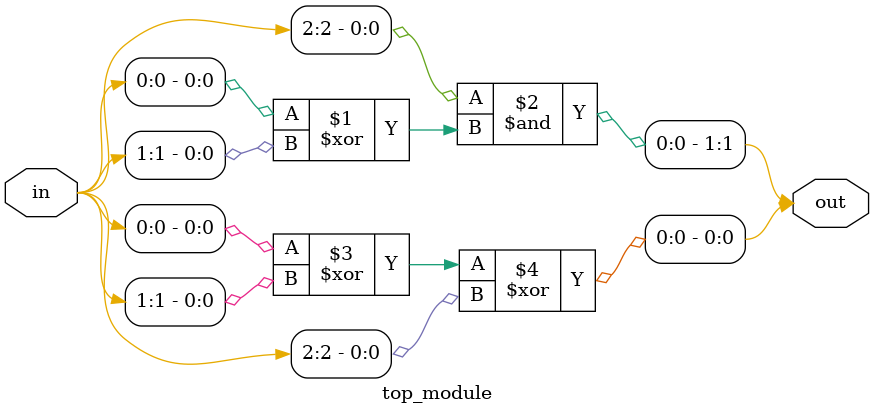
<source format=sv>
module top_module (
	input [2:0] in,
	output [1:0] out
);
	// Logic for the module
	assign out[1] = in[2] & (in[0] ^ in[1]);
	assign out[0] = in[0] ^ in[1] ^ in[2];
endmodule

</source>
